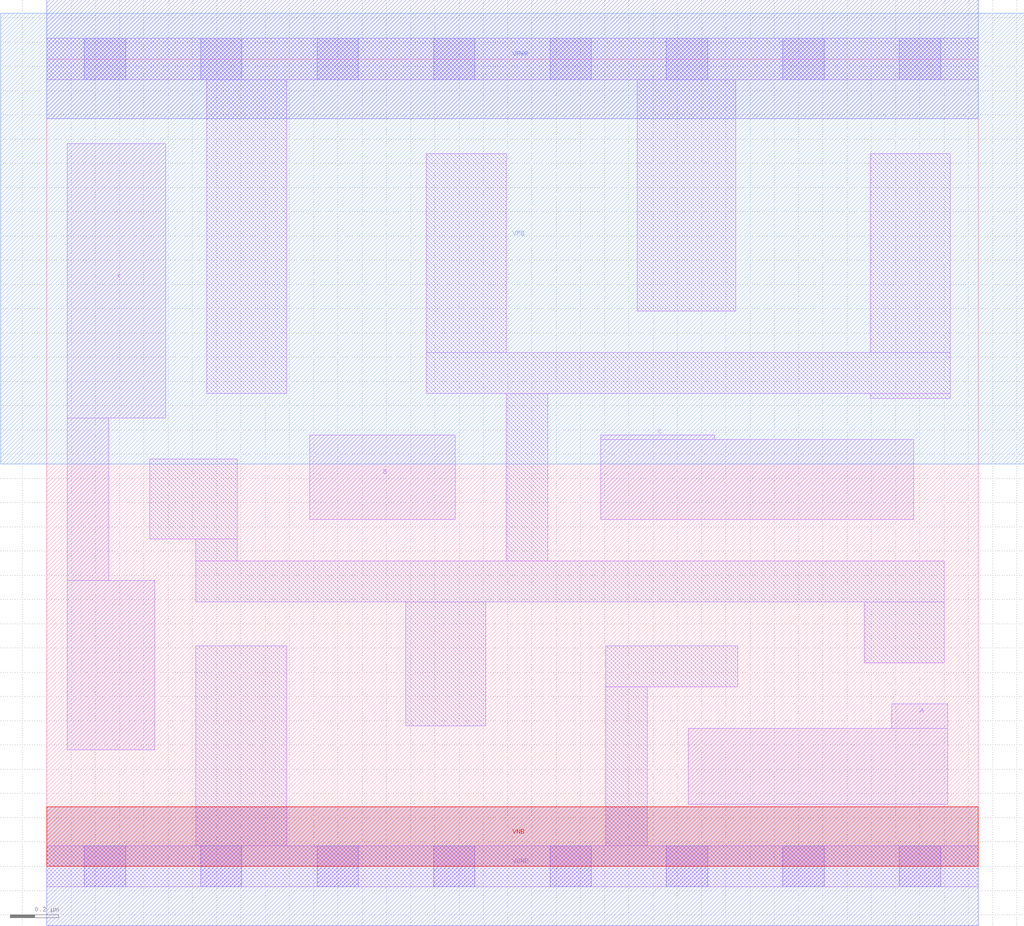
<source format=lef>
# Copyright 2020 The SkyWater PDK Authors
#
# Licensed under the Apache License, Version 2.0 (the "License");
# you may not use this file except in compliance with the License.
# You may obtain a copy of the License at
#
#     https://www.apache.org/licenses/LICENSE-2.0
#
# Unless required by applicable law or agreed to in writing, software
# distributed under the License is distributed on an "AS IS" BASIS,
# WITHOUT WARRANTIES OR CONDITIONS OF ANY KIND, either express or implied.
# See the License for the specific language governing permissions and
# limitations under the License.
#
# SPDX-License-Identifier: Apache-2.0

VERSION 5.7 ;
  NOWIREEXTENSIONATPIN ON ;
  DIVIDERCHAR "/" ;
  BUSBITCHARS "[]" ;
MACRO sky130_fd_sc_ls__maj3_1
  CLASS CORE ;
  FOREIGN sky130_fd_sc_ls__maj3_1 ;
  ORIGIN  0.000000  0.000000 ;
  SIZE  3.840000 BY  3.330000 ;
  SYMMETRY X Y ;
  SITE unit ;
  PIN A
    ANTENNAGATEAREA  0.492000 ;
    DIRECTION INPUT ;
    USE SIGNAL ;
    PORT
      LAYER li1 ;
        RECT 2.645000 0.255000 3.715000 0.570000 ;
        RECT 3.485000 0.570000 3.715000 0.670000 ;
    END
  END A
  PIN B
    ANTENNAGATEAREA  0.492000 ;
    DIRECTION INPUT ;
    USE SIGNAL ;
    PORT
      LAYER li1 ;
        RECT 1.085000 1.430000 1.685000 1.780000 ;
    END
  END B
  PIN C
    ANTENNAGATEAREA  0.492000 ;
    DIRECTION INPUT ;
    USE SIGNAL ;
    PORT
      LAYER li1 ;
        RECT 2.285000 1.430000 3.575000 1.760000 ;
        RECT 2.285000 1.760000 2.755000 1.780000 ;
    END
  END C
  PIN X
    ANTENNADIFFAREA  0.538500 ;
    DIRECTION OUTPUT ;
    USE SIGNAL ;
    PORT
      LAYER li1 ;
        RECT 0.085000 0.480000 0.445000 1.180000 ;
        RECT 0.085000 1.180000 0.255000 1.850000 ;
        RECT 0.085000 1.850000 0.490000 2.980000 ;
    END
  END X
  PIN VGND
    DIRECTION INOUT ;
    SHAPE ABUTMENT ;
    USE GROUND ;
    PORT
      LAYER met1 ;
        RECT 0.000000 -0.245000 3.840000 0.245000 ;
    END
  END VGND
  PIN VNB
    DIRECTION INOUT ;
    USE GROUND ;
    PORT
      LAYER pwell ;
        RECT 0.000000 0.000000 3.840000 0.245000 ;
    END
  END VNB
  PIN VPB
    DIRECTION INOUT ;
    USE POWER ;
    PORT
      LAYER nwell ;
        RECT -0.190000 1.660000 4.030000 3.520000 ;
    END
  END VPB
  PIN VPWR
    DIRECTION INOUT ;
    SHAPE ABUTMENT ;
    USE POWER ;
    PORT
      LAYER met1 ;
        RECT 0.000000 3.085000 3.840000 3.575000 ;
    END
  END VPWR
  OBS
    LAYER li1 ;
      RECT 0.000000 -0.085000 3.840000 0.085000 ;
      RECT 0.000000  3.245000 3.840000 3.415000 ;
      RECT 0.425000  1.350000 0.785000 1.680000 ;
      RECT 0.615000  0.085000 0.990000 0.910000 ;
      RECT 0.615000  1.090000 3.700000 1.260000 ;
      RECT 0.615000  1.260000 0.785000 1.350000 ;
      RECT 0.660000  1.950000 0.990000 3.245000 ;
      RECT 1.480000  0.580000 1.810000 1.090000 ;
      RECT 1.565000  1.950000 3.725000 2.120000 ;
      RECT 1.565000  2.120000 1.895000 2.940000 ;
      RECT 1.895000  1.260000 2.065000 1.950000 ;
      RECT 2.305000  0.085000 2.475000 0.740000 ;
      RECT 2.305000  0.740000 2.850000 0.910000 ;
      RECT 2.435000  2.290000 2.840000 3.245000 ;
      RECT 3.370000  0.840000 3.700000 1.090000 ;
      RECT 3.395000  1.930000 3.725000 1.950000 ;
      RECT 3.395000  2.120000 3.725000 2.940000 ;
    LAYER mcon ;
      RECT 0.155000 -0.085000 0.325000 0.085000 ;
      RECT 0.155000  3.245000 0.325000 3.415000 ;
      RECT 0.635000 -0.085000 0.805000 0.085000 ;
      RECT 0.635000  3.245000 0.805000 3.415000 ;
      RECT 1.115000 -0.085000 1.285000 0.085000 ;
      RECT 1.115000  3.245000 1.285000 3.415000 ;
      RECT 1.595000 -0.085000 1.765000 0.085000 ;
      RECT 1.595000  3.245000 1.765000 3.415000 ;
      RECT 2.075000 -0.085000 2.245000 0.085000 ;
      RECT 2.075000  3.245000 2.245000 3.415000 ;
      RECT 2.555000 -0.085000 2.725000 0.085000 ;
      RECT 2.555000  3.245000 2.725000 3.415000 ;
      RECT 3.035000 -0.085000 3.205000 0.085000 ;
      RECT 3.035000  3.245000 3.205000 3.415000 ;
      RECT 3.515000 -0.085000 3.685000 0.085000 ;
      RECT 3.515000  3.245000 3.685000 3.415000 ;
  END
END sky130_fd_sc_ls__maj3_1
END LIBRARY

</source>
